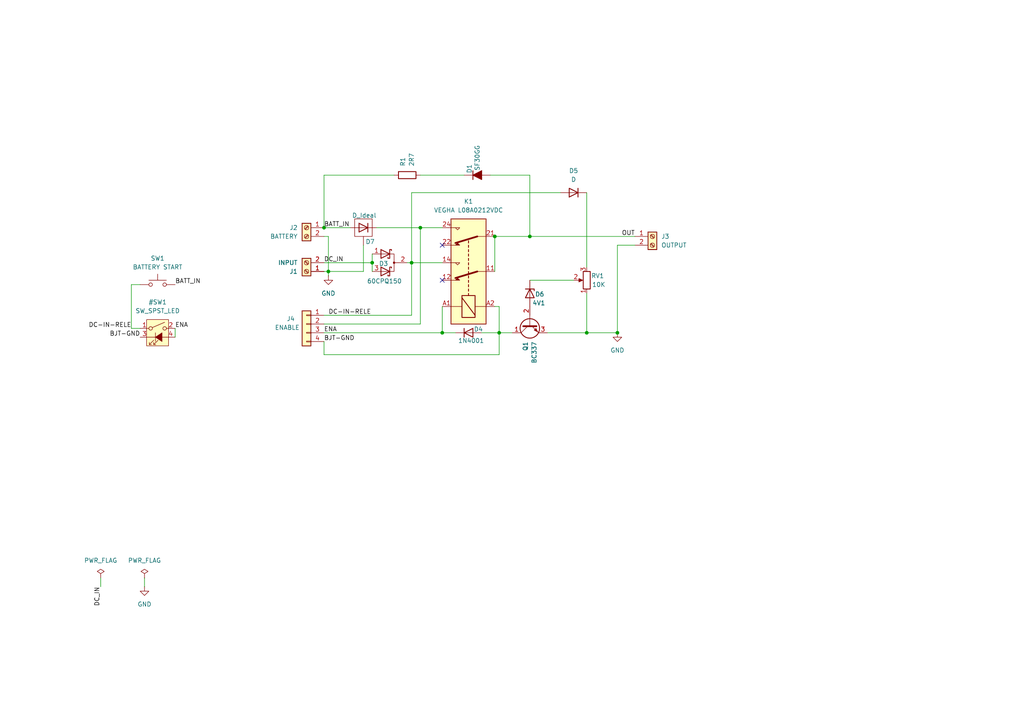
<source format=kicad_sch>
(kicad_sch (version 20250114) (generator "eeschema") (generator_version "9.0")
  (paper "A4")
  (lib_symbols
    (symbol "Connector:Screw_Terminal_01x02" (pin_names (offset 1.016) (hide yes))
      (property "Reference" "J" (at 0 2.54 0))
      (property "Value" "Screw_Terminal_01x02" (at 0 -5.08 0))
      (symbol "Screw_Terminal_01x02_1_1"
        (rectangle (start -1.27 1.27) (end 1.27 -3.81) (stroke (width 0.254)) (fill (type background)))
        (polyline (pts (xy -0.5334 0.3302) (xy 0.3302 -0.508)) (stroke (width 0.1524)))
        (polyline (pts (xy -0.5334 -2.2098) (xy 0.3302 -3.048)) (stroke (width 0.1524)))
        (polyline (pts (xy -0.3556 0.508) (xy 0.508 -0.3302)) (stroke (width 0.1524)))
        (polyline (pts (xy -0.3556 -2.032) (xy 0.508 -2.8702)) (stroke (width 0.1524)))
        (circle (center 0 0) (radius 0.635) (stroke (width 0.1524)))
        (circle (center 0 -2.54) (radius 0.635) (stroke (width 0.1524)))
        (pin passive line (at -5.08 0 0) (length 3.81) (name "Pin_1") (number "1"))
        (pin passive line (at -5.08 -2.54 0) (length 3.81) (name "Pin_2") (number "2"))
      )
    )
    (symbol "Connector_Generic:Conn_01x04" (pin_names (offset 1.016) (hide yes))
      (property "Reference" "J" (at 0 5.08 0))
      (property "Value" "Conn_01x04" (at 0 -7.62 0))
      (symbol "Conn_01x04_1_1"
        (rectangle (start -1.27 3.81) (end 1.27 -6.35) (stroke (width 0.254)) (fill (type background)))
        (rectangle (start -1.27 2.667) (end 0 2.413) (stroke (width 0.1524)))
        (rectangle (start -1.27 0.127) (end 0 -0.127) (stroke (width 0.1524)))
        (rectangle (start -1.27 -2.413) (end 0 -2.667) (stroke (width 0.1524)))
        (rectangle (start -1.27 -4.953) (end 0 -5.207) (stroke (width 0.1524)))
        (pin passive line (at -5.08 2.54 0) (length 3.81) (name "Pin_1") (number "1"))
        (pin passive line (at -5.08 0 0) (length 3.81) (name "Pin_2") (number "2"))
        (pin passive line (at -5.08 -2.54 0) (length 3.81) (name "Pin_3") (number "3"))
        (pin passive line (at -5.08 -5.08 0) (length 3.81) (name "Pin_4") (number "4"))
      )
    )
    (symbol "D_Filled_1" (pin_numbers (hide yes)) (pin_names (offset 1.016) (hide yes))
      (property "Reference" "D" (at 0 2.54 0))
      (property "Value" "D_Filled" (at 0 -2.54 0))
      (symbol "D_Filled_1_0_1"
        (polyline (pts (xy -1.27 1.27) (xy -1.27 -1.27)) (stroke (width 0.254)))
        (polyline (pts (xy 1.27 1.27) (xy 1.27 -1.27) (xy -1.27 0) (xy 1.27 1.27)) (stroke (width 0.254)) (fill (type outline)))
        (polyline (pts (xy 1.27 0) (xy -1.27 0)))
      )
      (symbol "D_Filled_1_1_1"
        (pin passive line (at -3.81 0 0) (length 2.54) (name "K") (number "1"))
        (pin passive line (at 3.81 0 180) (length 2.54) (name "A") (number "2"))
      )
    )
    (symbol "Device:D" (pin_numbers (hide yes)) (pin_names (offset 1.016) (hide yes))
      (property "Reference" "D" (at 0 2.54 0))
      (property "Value" "D" (at 0 -2.54 0))
      (symbol "D_0_1"
        (polyline (pts (xy -1.27 1.27) (xy -1.27 -1.27)) (stroke (width 0.254)))
        (polyline (pts (xy 1.27 1.27) (xy 1.27 -1.27) (xy -1.27 0) (xy 1.27 1.27)) (stroke (width 0.254)))
        (polyline (pts (xy 1.27 0) (xy -1.27 0)))
      )
      (symbol "D_1_1"
        (pin passive line (at -3.81 0 0) (length 2.54) (name "K") (number "1"))
        (pin passive line (at 3.81 0 180) (length 2.54) (name "A") (number "2"))
      )
    )
    (symbol "Device:D_Schottky_Dual_CommonCathode_AKA_Parallel" (pin_names (offset 0.762) (hide yes))
      (property "Reference" "D" (at 0 5.08 0))
      (property "Value" "D_Schottky_Dual_CommonCathode_AKA_Parallel" (at 0 -5.08 0))
      (symbol "D_Schottky_Dual_CommonCathode_AKA_Parallel_0_1"
        (polyline (pts (xy -2.54 3.81) (xy 0 2.54) (xy -2.54 1.27) (xy -2.54 3.81) (xy -2.54 3.81) (xy -2.54 3.81)) (stroke (width 0.254)))
        (polyline (pts (xy -2.54 -1.27) (xy 0 -2.54) (xy -2.54 -3.81) (xy -2.54 -1.27) (xy -2.54 -1.27) (xy -2.54 -1.27)) (stroke (width 0.254)))
        (polyline (pts (xy -2.54 -2.54) (xy 1.27 -2.54) (xy 1.27 2.54) (xy -2.54 2.54)))
        (polyline (pts (xy 0.508 3.556) (xy 0.508 3.81) (xy 0 3.81) (xy 0 1.27) (xy -0.508 1.27) (xy -0.508 1.524)) (stroke (width 0.254)))
        (polyline (pts (xy 0.508 -1.524) (xy 0.508 -1.27) (xy 0 -1.27) (xy 0 -3.81) (xy -0.508 -3.81) (xy -0.508 -3.556)) (stroke (width 0.254)))
        (polyline (pts (xy 1.27 0) (xy 2.54 0)))
        (circle (center 1.27 0) (radius 0.254) (fill (type outline)))
        (pin passive line (at -5.08 2.54 0) (length 2.54) (name "A") (number "1"))
        (pin passive line (at -5.08 -2.54 0) (length 2.54) (name "A") (number "3"))
        (pin passive line (at 5.08 0 180) (length 2.54) (name "K") (number "2"))
      )
    )
    (symbol "Device:D_Zener" (pin_numbers (hide yes)) (pin_names (offset 1.016) (hide yes))
      (property "Reference" "D" (at 0 2.54 0))
      (property "Value" "D_Zener" (at 0 -2.54 0))
      (symbol "D_Zener_0_1"
        (polyline (pts (xy -1.27 -1.27) (xy -1.27 1.27) (xy -0.762 1.27)) (stroke (width 0.254)))
        (polyline (pts (xy 1.27 0) (xy -1.27 0)))
        (polyline (pts (xy 1.27 -1.27) (xy 1.27 1.27) (xy -1.27 0) (xy 1.27 -1.27)) (stroke (width 0.254)))
      )
      (symbol "D_Zener_1_1"
        (pin passive line (at -3.81 0 0) (length 2.54) (name "K") (number "1"))
        (pin passive line (at 3.81 0 180) (length 2.54) (name "A") (number "2"))
      )
    )
    (symbol "Device:R" (pin_numbers (hide yes)) (pin_names (offset 0))
      (property "Reference" "R" (at 2.032 0 90))
      (property "Value" "R" (at 0 0 90))
      (symbol "R_0_1"
        (rectangle (start -1.016 -2.54) (end 1.016 2.54) (stroke (width 0.254)))
      )
      (symbol "R_1_1"
        (pin passive line (at 0 3.81 270) (length 1.27) (name "~") (number "1"))
        (pin passive line (at 0 -3.81 90) (length 1.27) (name "~") (number "2"))
      )
    )
    (symbol "Device:R_Potentiometer" (pin_names (offset 1.016) (hide yes))
      (property "Reference" "RV" (at -4.445 0 90))
      (property "Value" "R_Potentiometer" (at -2.54 0 90))
      (symbol "R_Potentiometer_0_1"
        (rectangle (start 1.016 2.54) (end -1.016 -2.54) (stroke (width 0.254)))
        (polyline (pts (xy 1.143 0) (xy 2.286 0.508) (xy 2.286 -0.508) (xy 1.143 0)) (fill (type outline)))
        (polyline (pts (xy 2.54 0) (xy 1.524 0)))
      )
      (symbol "R_Potentiometer_1_1"
        (pin passive line (at 0 3.81 270) (length 1.27) (name "1") (number "1"))
        (pin passive line (at 0 -3.81 90) (length 1.27) (name "3") (number "3"))
        (pin passive line (at 3.81 0 180) (length 1.27) (name "2") (number "2"))
      )
    )
    (symbol "IK5PWC:D_Ideal" (pin_numbers (hide yes)) (pin_names (offset 1.016) (hide yes))
      (property "Reference" "D" (at 0 5.08 0))
      (property "Value" "D_Ideal" (at 6.604 -1.778 0))
      (symbol "D_Ideal_0_1"
        (rectangle (start -2.54 2.54) (end 2.54 -2.54))
        (polyline (pts (xy -1.27 1.27) (xy -1.27 -1.27)) (stroke (width 0.254)))
        (polyline (pts (xy 1.27 1.27) (xy 1.27 -1.27) (xy -1.27 0) (xy 1.27 1.27)) (stroke (width 0.254)))
        (polyline (pts (xy 1.27 0) (xy -1.27 0)))
      )
      (symbol "D_Ideal_1_1"
        (pin passive line (at -3.81 0 0) (length 2.54) (name "K") (number "1"))
        (pin passive line (at 0 -5.08 90) (length 2.54) (name "GND") (number "3"))
        (pin passive line (at 3.81 0 180) (length 2.54) (name "A") (number "2"))
      )
    )
    (symbol "Relay:Relay_DPDT"
      (property "Reference" "K" (at 16.51 3.81 0))
      (property "Value" "Relay_DPDT" (at 16.51 1.27 0))
      (symbol "Relay_DPDT_0_1"
        (rectangle (start -15.24 5.08) (end 15.24 -5.08) (stroke (width 0.254)) (fill (type background)))
        (rectangle (start -13.335 1.905) (end -6.985 -1.905) (stroke (width 0.254)))
        (polyline (pts (xy -12.7 -1.905) (xy -7.62 1.905)) (stroke (width 0.254)))
        (polyline (pts (xy -10.16 5.08) (xy -10.16 1.905)))
        (polyline (pts (xy -10.16 -5.08) (xy -10.16 -1.905)))
        (polyline (pts (xy -6.985 0) (xy -6.35 0)) (stroke (width 0.254)))
        (polyline (pts (xy -5.715 0) (xy -5.08 0)) (stroke (width 0.254)))
        (polyline (pts (xy -4.445 0) (xy -3.81 0)) (stroke (width 0.254)))
        (polyline (pts (xy -3.175 0) (xy -2.54 0)) (stroke (width 0.254)))
        (polyline (pts (xy -2.54 5.08) (xy -2.54 2.54) (xy -1.905 3.175) (xy -2.54 3.81)) (fill (type outline)))
        (polyline (pts (xy -1.905 0) (xy -1.27 0)) (stroke (width 0.254)))
        (polyline (pts (xy -0.635 0) (xy 0 0)) (stroke (width 0.254)))
        (polyline (pts (xy 0 -2.54) (xy -1.905 3.81)) (stroke (width 0.508)))
        (polyline (pts (xy 0 -2.54) (xy 0 -5.08)))
        (polyline (pts (xy 0.635 0) (xy 1.27 0)) (stroke (width 0.254)))
        (polyline (pts (xy 1.905 0) (xy 2.54 0)) (stroke (width 0.254)))
        (polyline (pts (xy 2.54 5.08) (xy 2.54 2.54) (xy 1.905 3.175) (xy 2.54 3.81)))
        (polyline (pts (xy 3.175 0) (xy 3.81 0)) (stroke (width 0.254)))
        (polyline (pts (xy 4.445 0) (xy 5.08 0)) (stroke (width 0.254)))
        (polyline (pts (xy 5.715 0) (xy 6.35 0)) (stroke (width 0.254)))
        (polyline (pts (xy 6.985 0) (xy 7.62 0)) (stroke (width 0.254)))
        (polyline (pts (xy 7.62 5.08) (xy 7.62 2.54) (xy 8.255 3.175) (xy 7.62 3.81)) (fill (type outline)))
        (polyline (pts (xy 8.255 0) (xy 8.89 0)) (stroke (width 0.254)))
        (polyline (pts (xy 10.16 -2.54) (xy 8.255 3.81)) (stroke (width 0.508)))
        (polyline (pts (xy 10.16 -2.54) (xy 10.16 -5.08)))
        (polyline (pts (xy 12.7 5.08) (xy 12.7 2.54) (xy 12.065 3.175) (xy 12.7 3.81)))
      )
      (symbol "Relay_DPDT_1_1"
        (pin passive line (at -10.16 7.62 270) (length 2.54) (name "~") (number "A1"))
        (pin passive line (at -10.16 -7.62 90) (length 2.54) (name "~") (number "A2"))
        (pin passive line (at -2.54 7.62 270) (length 2.54) (name "~") (number "12"))
        (pin passive line (at 0 -7.62 90) (length 2.54) (name "~") (number "11"))
        (pin passive line (at 2.54 7.62 270) (length 2.54) (name "~") (number "14"))
        (pin passive line (at 7.62 7.62 270) (length 2.54) (name "~") (number "22"))
        (pin passive line (at 10.16 -7.62 90) (length 2.54) (name "~") (number "21"))
        (pin passive line (at 12.7 7.62 270) (length 2.54) (name "~") (number "24"))
      )
    )
    (symbol "Switch:SW_Push" (pin_numbers (hide yes)) (pin_names (offset 1.016) (hide yes))
      (property "Reference" "SW" (at 1.27 2.54 0))
      (property "Value" "SW_Push" (at 0 -1.524 0))
      (symbol "SW_Push_0_1"
        (circle (center -2.032 0) (radius 0.508))
        (polyline (pts (xy 0 1.27) (xy 0 3.048)))
        (circle (center 2.032 0) (radius 0.508))
        (polyline (pts (xy 2.54 1.27) (xy -2.54 1.27)))
        (pin passive line (at -5.08 0 0) (length 2.54) (name "1") (number "1"))
        (pin passive line (at 5.08 0 180) (length 2.54) (name "2") (number "2"))
      )
    )
    (symbol "Switch:SW_SPST_LED" (pin_names (offset 1.016) (hide yes))
      (property "Reference" "SW" (at 0 6.35 0))
      (property "Value" "SW_SPST_LED" (at 0 -3.81 0))
      (symbol "SW_SPST_LED_0_0"
        (polyline (pts (xy -2.54 0) (xy 2.54 0)))
        (polyline (pts (xy -2.413 -1.524) (xy -2.413 -2.159) (xy -1.778 -2.159)))
        (polyline (pts (xy -2.413 -2.159) (xy -1.143 -0.889)))
        (polyline (pts (xy -1.143 -1.524) (xy -1.143 -2.159) (xy -0.508 -2.159)))
        (polyline (pts (xy -1.143 -2.159) (xy 0.127 -0.889)))
        (polyline (pts (xy -0.635 1.27) (xy -0.635 -1.27)))
        (polyline (pts (xy -0.635 0) (xy 1.27 1.27) (xy 1.27 -1.27) (xy -0.635 0)) (fill (type outline)))
      )
      (symbol "SW_SPST_LED_0_1"
        (circle (center -2.032 2.54) (radius 0.508))
        (polyline (pts (xy -1.524 2.794) (xy 2.032 4.318)))
        (circle (center 2.032 2.54) (radius 0.508))
        (pin passive line (at -5.08 2.54 0) (length 2.54) (name "1") (number "1"))
        (pin passive line (at -5.08 0 0) (length 2.54) (name "K") (number "3"))
        (pin passive line (at 5.08 2.54 180) (length 2.54) (name "2") (number "2"))
        (pin passive line (at 5.08 0 180) (length 2.54) (name "A") (number "4"))
      )
      (symbol "SW_SPST_LED_1_1"
        (rectangle (start -3.175 5.08) (end 3.175 -2.54) (fill (type background)))
      )
    )
    (symbol "Transistor_BJT:BC337" (pin_names (offset 0) (hide yes))
      (property "Reference" "Q" (at 5.08 1.905 0))
      (property "Value" "BC337" (at 5.08 0 0))
      (symbol "BC337_0_1"
        (polyline (pts (xy -2.54 0) (xy 0.635 0)))
        (polyline (pts (xy 0.635 1.905) (xy 0.635 -1.905)) (stroke (width 0.508)))
        (circle (center 1.27 0) (radius 2.8194) (stroke (width 0.254)))
      )
      (symbol "BC337_1_1"
        (polyline (pts (xy 0.635 0.635) (xy 2.54 2.54)))
        (polyline (pts (xy 0.635 -0.635) (xy 2.54 -2.54)))
        (polyline (pts (xy 1.27 -1.778) (xy 1.778 -1.27) (xy 2.286 -2.286) (xy 1.27 -1.778)) (fill (type outline)))
        (pin input line (at -5.08 0 0) (length 2.54) (name "B") (number "2"))
        (pin passive line (at 2.54 5.08 270) (length 2.54) (name "C") (number "1"))
        (pin passive line (at 2.54 -5.08 90) (length 2.54) (name "E") (number "3"))
      )
    )
    (symbol "power:GND" (power) (pin_numbers (hide yes)) (pin_names (offset 0) (hide yes))
      (property "Value" "GND" (at 0 -3.81 0))
      (symbol "GND_0_1"
        (polyline (pts (xy 0 0) (xy 0 -1.27) (xy 1.27 -1.27) (xy 0 -2.54) (xy -1.27 -1.27) (xy 0 -1.27)))
      )
      (symbol "GND_1_1"
        (pin power_in line (at 0 0 270) (length 0) (name "~") (number "1"))
      )
    )
    (symbol "power:PWR_FLAG" (power) (pin_numbers (hide yes)) (pin_names (offset 0) (hide yes))
      (property "Value" "PWR_FLAG" (at 0 3.81 0))
      (symbol "PWR_FLAG_0_0"
        (pin power_out line (at 0 0 90) (length 0) (name "~") (number "1"))
      )
      (symbol "PWR_FLAG_0_1"
        (polyline (pts (xy 0 0) (xy 0 1.27) (xy -1.016 1.905) (xy 0 2.54) (xy 1.016 1.905) (xy 0 1.27)))
      )
    )
  )
  (junction (at 179.07 96.52))
  (junction (at 170.18 96.52))
  (junction (at 153.67 68.58))
  (junction (at 143.51 68.58))
  (junction (at 119.38 76.2))
  (junction (at 107.95 76.2))
  (junction (at 121.92 66.04))
  (junction (at 93.98 66.04))
  (junction (at 128.27 96.52))
  (junction (at 95.25 78.74))
  (junction (at 144.78 96.52))
  (no_connect (at 128.27 81.28))
  (no_connect (at 128.27 71.12))
  (wire (pts (xy 107.95 73.66) (xy 107.95 76.2)))
  (wire (pts (xy 93.98 68.58) (xy 95.25 68.58)))
  (wire (pts (xy 50.8 95.25) (xy 50.8 97.79)))
  (wire (pts (xy 109.22 66.04) (xy 121.92 66.04)))
  (wire (pts (xy 40.64 82.55) (xy 38.1 82.55)))
  (wire (pts (xy 93.98 50.8) (xy 93.98 66.04)))
  (wire (pts (xy 119.38 55.88) (xy 119.38 76.2)))
  (wire (pts (xy 153.67 68.58) (xy 184.15 68.58)))
  (wire (pts (xy 93.98 102.87) (xy 93.98 99.06)))
  (wire (pts (xy 128.27 88.9) (xy 128.27 96.52)))
  (wire (pts (xy 93.98 76.2) (xy 107.95 76.2)))
  (wire (pts (xy 95.25 78.74) (xy 95.25 68.58)))
  (wire (pts (xy 121.92 50.8) (xy 134.62 50.8)))
  (wire (pts (xy 179.07 71.12) (xy 179.07 96.52)))
  (wire (pts (xy 158.75 96.52) (xy 170.18 96.52)))
  (wire (pts (xy 121.92 93.98) (xy 121.92 66.04)))
  (wire (pts (xy 139.7 96.52) (xy 144.78 96.52)))
  (wire (pts (xy 170.18 96.52) (xy 179.07 96.52)))
  (wire (pts (xy 170.18 55.88) (xy 170.18 77.47)))
  (wire (pts (xy 144.78 88.9) (xy 144.78 96.52)))
  (wire (pts (xy 153.67 50.8) (xy 153.67 68.58)))
  (wire (pts (xy 121.92 66.04) (xy 128.27 66.04)))
  (wire (pts (xy 142.24 50.8) (xy 153.67 50.8)))
  (wire (pts (xy 143.51 68.58) (xy 153.67 68.58)))
  (wire (pts (xy 38.1 95.25) (xy 40.64 95.25)))
  (wire (pts (xy 162.56 55.88) (xy 119.38 55.88)))
  (wire (pts (xy 93.98 50.8) (xy 114.3 50.8)))
  (wire (pts (xy 93.98 96.52) (xy 128.27 96.52)))
  (wire (pts (xy 144.78 96.52) (xy 144.78 102.87)))
  (wire (pts (xy 118.11 76.2) (xy 119.38 76.2)))
  (wire (pts (xy 119.38 76.2) (xy 128.27 76.2)))
  (wire (pts (xy 105.41 71.12) (xy 105.41 78.74)))
  (wire (pts (xy 170.18 85.09) (xy 170.18 96.52)))
  (wire (pts (xy 144.78 96.52) (xy 148.59 96.52)))
  (wire (pts (xy 93.98 78.74) (xy 95.25 78.74)))
  (wire (pts (xy 29.21 167.64) (xy 29.21 170.18)))
  (wire (pts (xy 153.67 81.28) (xy 166.37 81.28)))
  (wire (pts (xy 128.27 96.52) (xy 132.08 96.52)))
  (wire (pts (xy 143.51 68.58) (xy 143.51 78.74)))
  (wire (pts (xy 107.95 76.2) (xy 107.95 78.74)))
  (wire (pts (xy 144.78 102.87) (xy 93.98 102.87)))
  (wire (pts (xy 93.98 91.44) (xy 119.38 91.44)))
  (wire (pts (xy 95.25 78.74) (xy 95.25 80.01)))
  (wire (pts (xy 93.98 66.04) (xy 101.6 66.04)))
  (wire (pts (xy 41.91 167.64) (xy 41.91 170.18)))
  (wire (pts (xy 143.51 88.9) (xy 144.78 88.9)))
  (wire (pts (xy 93.98 93.98) (xy 121.92 93.98)))
  (wire (pts (xy 179.07 71.12) (xy 184.15 71.12)))
  (wire (pts (xy 38.1 82.55) (xy 38.1 95.25)))
  (wire (pts (xy 105.41 78.74) (xy 95.25 78.74)))
  (wire (pts (xy 119.38 76.2) (xy 119.38 91.44)))
  (label "BJT-GND" (at 93.98 99.06 0))
  (label "OUT" (at 184.15 68.58 180))
  (label "ENA" (at 50.8 95.25 0))
  (label "BATT_IN" (at 50.8 82.55 0))
  (label "BATT_IN" (at 93.98 66.04 0))
  (label "DC_IN" (at 93.98 76.2 0))
  (label "ENA" (at 93.98 96.52 0))
  (label "DC-IN-RELE" (at 38.1 95.25 180))
  (label "DC-IN-RELE" (at 95.25 91.44 0))
  (label "BJT-GND" (at 40.64 97.79 180))
  (label "DC_IN" (at 29.21 170.18 270))
  (symbol (lib_id "Device:D_Zener") (at 153.67 85.09 270) (unit 1)
    (property "Reference" "D6" (at 155.194 85.344 90) (effects (justify left)))
    (property "Value" "4V1" (at 154.432 87.884 90) (effects (justify left)))
    (property "Footprint" "Diode_THT:D_DO-35_SOD27_P7.62mm_Horizontal" (effects (hide yes)))
    (property "Description" "Zener diode" (effects (hide yes)))
  )
  (symbol (lib_id "power:PWR_FLAG") (at 29.21 167.64 0) (unit 1)
    (property "Reference" "#FLG1" (effects (hide yes)))
    (property "Value" "PWR_FLAG" (at 29.21 162.56 0))
    (property "Description" "Special symbol for telling ERC where power comes from" (effects (hide yes)))
  )
  (symbol (lib_id "Connector:Screw_Terminal_01x02") (at 88.9 66.04 0) (mirror y) (unit 1)
    (property "Reference" "J2" (at 86.36 66.0399 0) (effects (justify left)))
    (property "Value" "BATTERY" (at 86.36 68.5799 0) (effects (justify left)))
    (property "Footprint" "IK5PWC:Mammooth_4mm" (effects (hide yes)))
    (property "Description" "Generic screw terminal, single row, 01x02, script generated (kicad-library-utils/schlib/autogen/connector/)" (effects (hide yes)))
  )
  (symbol (lib_id "Switch:SW_SPST_LED") (at 45.72 97.79 0) (unit 1)
    (property "Reference" "#SW1" (at 45.72 87.63 0))
    (property "Value" "SW_SPST_LED" (at 45.72 90.17 0))
    (property "Description" "Single Pole Single Throw (SPST) switch with LED, generic" (effects (hide yes)))
  )
  (symbol (lib_id "Transistor_BJT:BC337") (at 153.67 93.98 90) (mirror x) (unit 1)
    (property "Reference" "Q1" (at 152.3999 99.06 0) (effects (justify left)))
    (property "Value" "BC337" (at 154.9399 99.06 0) (effects (justify left)))
    (property "Footprint" "Package_TO_SOT_THT:TO-92_Inline_Wide" (effects (hide yes)))
    (property "Datasheet" "https://diotec.com/tl_files/diotec/files/pdf/datasheets/bc337.pdf" (effects (hide yes)))
    (property "Description" "0.8A Ic, 45V Vce, NPN Transistor, TO-92" (effects (hide yes)))
    (property "Sim.Library" "./" (effects (hide yes)))
    (property "Sim.Device" "NPN" (effects (hide yes)))
    (property "Sim.Type" "GUMMELPOON" (effects (hide yes)))
    (property "Sim.Pins" "1=C 2=B 3=E" (effects (hide yes)))
  )
  (symbol (lib_id "power:GND") (at 95.25 80.01 0) (unit 1)
    (property "Reference" "#PWR4" (effects (hide yes)))
    (property "Value" "GND" (at 95.25 85.09 0))
    (property "Description" "Power symbol creates a global label with name \"GND\" , ground" (effects (hide yes)))
  )
  (symbol (lib_id "Device:D") (at 166.37 55.88 180) (unit 1)
    (property "Reference" "D5" (at 166.37 49.53 0))
    (property "Value" "D" (at 166.37 52.07 0))
    (property "Footprint" "Diode_THT:D_DO-41_SOD81_P10.16mm_Horizontal" (effects (hide yes)))
    (property "Description" "Diode" (effects (hide yes)))
    (property "Sim.Device" "D" (effects (hide yes)))
    (property "Sim.Pins" "1=K 2=A" (effects (hide yes)))
  )
  (symbol (lib_id "Connector_Generic:Conn_01x04") (at 88.9 93.98 0) (mirror y) (unit 1)
    (property "Reference" "J4" (at 84.328 92.456 0))
    (property "Value" "ENABLE" (at 83.312 94.996 0))
    (property "Footprint" "Connector_JST:JST_EH_B4B-EH-A_1x04_P2.50mm_Vertical" (effects (hide yes)))
    (property "Description" "Generic connector, single row, 01x04, script generated (kicad-library-utils/schlib/autogen/connector/)" (effects (hide yes)))
  )
  (symbol (lib_id "power:GND") (at 179.07 96.52 0) (unit 1)
    (property "Reference" "#PWR6" (effects (hide yes)))
    (property "Value" "GND" (at 179.07 101.6 0))
    (property "Description" "Power symbol creates a global label with name \"GND\" , ground" (effects (hide yes)))
  )
  (symbol (lib_id "Relay:Relay_DPDT") (at 135.89 78.74 90) (unit 1)
    (property "Reference" "K1" (at 135.89 58.42 90))
    (property "Value" "VEGHA L08A0212VDC" (at 135.89 60.96 90))
    (property "Footprint" "IK5PWC:VEGhA L08 12V dc" (effects (hide yes)))
    (property "Description" "Relay DPDT, monostable, EN50005" (effects (hide yes)))
  )
  (symbol (lib_id "Connector:Screw_Terminal_01x02") (at 189.23 68.58 0) (unit 1)
    (property "Reference" "J3" (at 191.77 68.5799 0) (effects (justify left)))
    (property "Value" "OUTPUT" (at 191.77 71.1199 0) (effects (justify left)))
    (property "Footprint" "IK5PWC:Mammooth_4mm" (effects (hide yes)))
    (property "Description" "Generic screw terminal, single row, 01x02, script generated (kicad-library-utils/schlib/autogen/connector/)" (effects (hide yes)))
  )
  (symbol (lib_id "power:PWR_FLAG") (at 41.91 167.64 0) (unit 1)
    (property "Reference" "#FLG2" (effects (hide yes)))
    (property "Value" "PWR_FLAG" (at 41.91 162.56 0))
    (property "Description" "Special symbol for telling ERC where power comes from" (effects (hide yes)))
  )
  (symbol (lib_id "Connector:Screw_Terminal_01x02") (at 88.9 78.74 180) (unit 1)
    (property "Reference" "J1" (at 86.36 78.7401 0) (effects (justify left)))
    (property "Value" "INPUT" (at 86.36 76.2001 0) (effects (justify left)))
    (property "Footprint" "IK5PWC:Mammooth_4mm" (effects (hide yes)))
    (property "Description" "Generic screw terminal, single row, 01x02, script generated (kicad-library-utils/schlib/autogen/connector/)" (effects (hide yes)))
  )
  (symbol (lib_id "Device:R") (at 118.11 50.8 90) (unit 1)
    (property "Reference" "R1" (at 116.8399 48.26 0) (effects (justify left)))
    (property "Value" "2R7" (at 119.3799 48.26 0) (effects (justify left)))
    (property "Footprint" "Resistor_THT:R_Axial_Power_L48.0mm_W12.5mm_P55.88mm" (effects (hide yes)))
    (property "Description" "Resistor" (effects (hide yes)))
  )
  (symbol (lib_id "IK5PWC:D_Ideal") (at 105.41 66.04 0) (mirror y) (unit 1)
    (property "Reference" "D7" (at 108.712 70.104 0) (effects (justify left)))
    (property "Value" "D_Ideal" (at 109.22 62.484 0) (effects (justify left)))
    (property "Footprint" "IK5PWC:D_IDEAL_with_GND" (effects (hide yes)))
    (property "Description" "Diode" (effects (hide yes)))
    (property "Sim.Device" "D" (effects (hide yes)))
    (property "Sim.Pins" "1=K 2=A 3=GND" (effects (hide yes)))
  )
  (symbol (lib_name "D_Filled_1") (lib_id "Device:D_Filled") (at 138.43 50.8 0) (unit 1)
    (property "Reference" "D1" (at 136.144 50.292 90) (effects (justify left)))
    (property "Value" "SF30GG" (at 138.43 49.53 90) (effects (justify left)))
    (property "Footprint" "Diode_THT:D_DO-201AD_P15.24mm_Horizontal" (effects (hide yes)))
    (property "Description" "Diode, filled shape" (effects (hide yes)))
    (property "Sim.Device" "D" (effects (hide yes)))
    (property "Sim.Pins" "1=K 2=A" (effects (hide yes)))
  )
  (symbol (lib_id "Device:D_Schottky_Dual_CommonCathode_AKA_Parallel") (at 113.03 76.2 0) (unit 1)
    (property "Reference" "D3" (at 111.252 76.454 0))
    (property "Value" "60CPQ150" (at 111.506 81.534 0))
    (property "Footprint" "Package_TO_SOT_THT:TO-247-3_Vertical" (effects (hide yes)))
    (property "Description" "Dual Schottky diode, common anode on pin 1" (effects (hide yes)))
  )
  (symbol (lib_id "Switch:SW_Push") (at 45.72 82.55 0) (unit 1)
    (property "Reference" "SW1" (at 45.72 74.93 0))
    (property "Value" "BATTERY START" (at 45.72 77.47 0))
    (property "Description" "Push button switch, generic, two pins" (effects (hide yes)))
  )
  (symbol (lib_id "power:GND") (at 41.91 170.18 0) (unit 1)
    (property "Reference" "#PWR2" (effects (hide yes)))
    (property "Value" "GND" (at 41.91 175.26 0))
    (property "Description" "Power symbol creates a global label with name \"GND\" , ground" (effects (hide yes)))
  )
  (symbol (lib_id "Device:D") (at 135.89 96.52 0) (unit 1)
    (property "Reference" "D4" (at 137.414 95.504 0) (effects (justify left)))
    (property "Value" "1N4001" (at 132.842 98.806 0) (effects (justify left)))
    (property "Footprint" "Diode_THT:D_A-405_P10.16mm_Horizontal" (effects (hide yes)))
    (property "Description" "Diode" (effects (hide yes)))
    (property "Sim.Device" "D" (effects (hide yes)))
    (property "Sim.Pins" "1=K 2=A" (effects (hide yes)))
  )
  (symbol (lib_id "Device:R_Potentiometer") (at 170.18 81.28 180) (unit 1)
    (property "Reference" "RV1" (at 171.45 80.01 0) (effects (justify right)))
    (property "Value" "10K" (at 171.704 82.55 0) (effects (justify right)))
    (property "Footprint" "Potentiometer_THT:Potentiometer_Vishay_T93YA_Vertical" (effects (hide yes)))
    (property "Description" "Potentiometer" (effects (hide yes)))
  )
)
</source>
